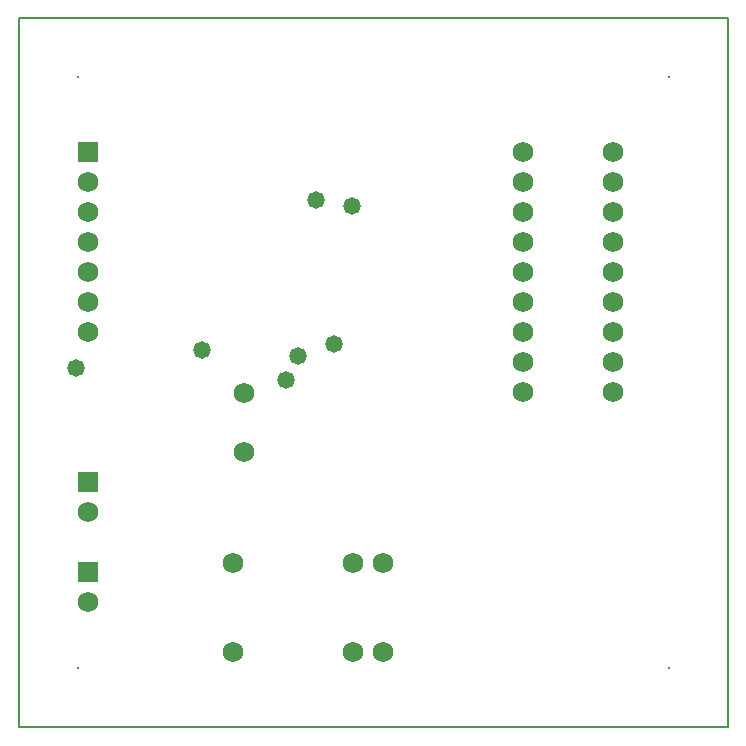
<source format=gbs>
G04 Layer_Color=16711935*
%FSLAX25Y25*%
%MOIN*%
G70*
G01*
G75*
%ADD17C,0.00800*%
%ADD33C,0.00800*%
%ADD34C,0.06800*%
%ADD35R,0.06800X0.06800*%
%ADD36C,0.05800*%
D17*
X433071Y488189D02*
Y724409D01*
X196850Y488189D02*
X433071D01*
X196850D02*
Y724409D01*
X433071D01*
D33*
X216535Y704724D02*
D03*
X413386D02*
D03*
Y507874D02*
D03*
X216535D02*
D03*
D34*
X365000Y600000D02*
D03*
X395000D02*
D03*
X365000Y680000D02*
D03*
X395000D02*
D03*
X365000Y610000D02*
D03*
X395000D02*
D03*
X365000Y620000D02*
D03*
X395000D02*
D03*
X365000Y670000D02*
D03*
X395000D02*
D03*
X365000Y660000D02*
D03*
X395000D02*
D03*
X365000Y650000D02*
D03*
X395000D02*
D03*
X365000Y630000D02*
D03*
X395000D02*
D03*
Y640000D02*
D03*
X365000D02*
D03*
X272000Y599685D02*
D03*
Y580000D02*
D03*
X318063Y542961D02*
D03*
X308063D02*
D03*
Y513039D02*
D03*
X318063D02*
D03*
X268299D02*
D03*
Y542961D02*
D03*
X220000Y670000D02*
D03*
Y660000D02*
D03*
Y650000D02*
D03*
Y640000D02*
D03*
Y630000D02*
D03*
Y620000D02*
D03*
Y560000D02*
D03*
Y530000D02*
D03*
D35*
Y680000D02*
D03*
Y570000D02*
D03*
Y540000D02*
D03*
D36*
X286000Y604000D02*
D03*
X308000Y662000D02*
D03*
X290000Y612000D02*
D03*
X296000Y664000D02*
D03*
X302000Y616000D02*
D03*
X258000Y614000D02*
D03*
X216000Y608000D02*
D03*
M02*

</source>
